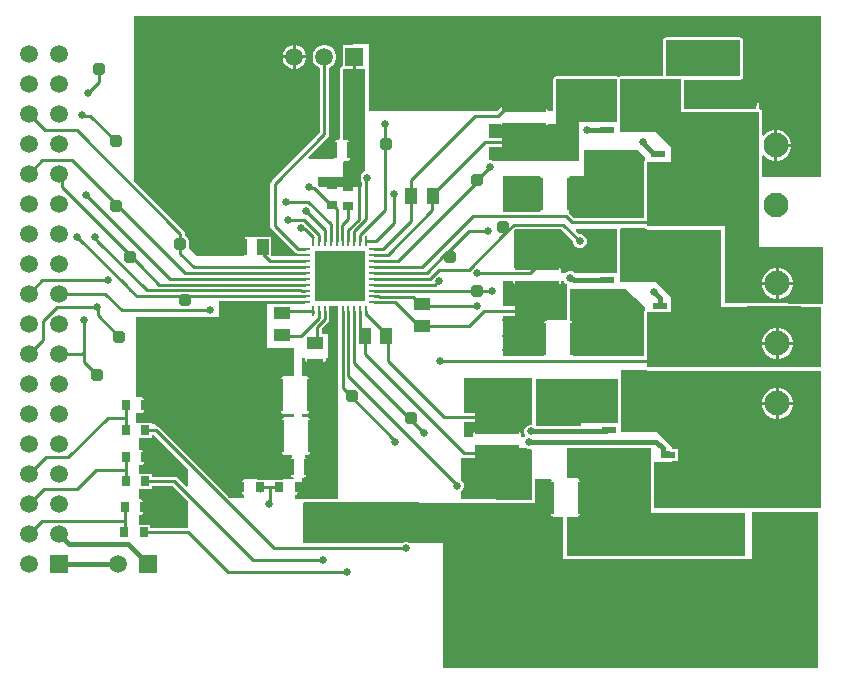
<source format=gtl>
G04*
G04 #@! TF.GenerationSoftware,Altium Limited,Altium Designer,21.6.1 (37)*
G04*
G04 Layer_Physical_Order=1*
G04 Layer_Color=255*
%FSLAX25Y25*%
%MOIN*%
G70*
G04*
G04 #@! TF.SameCoordinates,18844971-8FF4-41C5-970B-CDA0927229B8*
G04*
G04*
G04 #@! TF.FilePolarity,Positive*
G04*
G01*
G75*
%ADD13C,0.01000*%
%ADD15R,0.04016X0.02402*%
%ADD16R,0.05000X0.02402*%
%ADD17R,0.15000X0.15394*%
%ADD18R,0.00984X0.03347*%
%ADD19R,0.03347X0.00984*%
%ADD20R,0.16732X0.16732*%
G04:AMPARAMS|DCode=21|XSize=39.37mil|YSize=39.37mil|CornerRadius=9.84mil|HoleSize=0mil|Usage=FLASHONLY|Rotation=90.000|XOffset=0mil|YOffset=0mil|HoleType=Round|Shape=RoundedRectangle|*
%AMROUNDEDRECTD21*
21,1,0.03937,0.01968,0,0,90.0*
21,1,0.01968,0.03937,0,0,90.0*
1,1,0.01968,0.00984,0.00984*
1,1,0.01968,0.00984,-0.00984*
1,1,0.01968,-0.00984,-0.00984*
1,1,0.01968,-0.00984,0.00984*
%
%ADD21ROUNDEDRECTD21*%
%ADD22R,0.14567X0.12598*%
%ADD23R,0.01000X0.01000*%
%ADD24R,0.02756X0.03347*%
%ADD25R,0.04331X0.10827*%
%ADD26R,0.14173X0.07284*%
%ADD27R,0.03937X0.05315*%
%ADD28R,0.05315X0.03937*%
%ADD29R,0.03347X0.02756*%
%ADD51C,0.01500*%
%ADD52C,0.05906*%
%ADD53R,0.05906X0.05906*%
%ADD54C,0.08268*%
%ADD55R,0.05906X0.05906*%
%ADD56C,0.23622*%
%ADD57C,0.02559*%
%ADD58C,0.02559*%
G36*
X492000Y377000D02*
X472599D01*
X472500Y377020D01*
X467323D01*
Y389000D01*
X492000D01*
Y377000D01*
D02*
G37*
G36*
X451000Y361811D02*
X450988Y361811D01*
X438519Y361746D01*
Y348859D01*
X409949Y348784D01*
X409115Y349130D01*
X408391D01*
Y353589D01*
X419980D01*
X420566Y353705D01*
X421062Y354037D01*
X421160Y354135D01*
X421492Y354631D01*
X421608Y355217D01*
X421492Y355802D01*
X421160Y356298D01*
X420664Y356629D01*
X420079Y356746D01*
X419584Y356647D01*
X408391D01*
Y361203D01*
X412195D01*
X412271Y361090D01*
X412602Y360869D01*
X412992Y360791D01*
X427165D01*
X427556Y360869D01*
X427886Y361090D01*
X427962Y361203D01*
X430760D01*
X430832Y376000D01*
X451000D01*
Y361811D01*
D02*
G37*
G36*
X519000Y368426D02*
X518898Y368342D01*
Y343701D01*
X518815Y343500D01*
X499520D01*
Y348425D01*
Y350539D01*
X500020Y350720D01*
X500848Y349892D01*
X502018Y349216D01*
X503324Y348866D01*
X503500D01*
Y354000D01*
Y359134D01*
X503324D01*
X502018Y358784D01*
X500848Y358108D01*
X500020Y357280D01*
X499520Y357461D01*
Y364965D01*
X499500Y365063D01*
X499500Y365163D01*
X499462Y365256D01*
X499442Y365355D01*
X499386Y365438D01*
X499348Y365531D01*
X499277Y365602D01*
X499221Y365686D01*
X499137Y365741D01*
X499066Y365812D01*
X498974Y365851D01*
X498890Y365907D01*
X498851Y365915D01*
X498798Y365936D01*
X498790Y365942D01*
X498721Y365956D01*
X498699Y365965D01*
X498669Y365971D01*
X498599Y366000D01*
X498500D01*
Y367248D01*
Y368336D01*
X498141Y368265D01*
X497810Y368044D01*
X497810Y368044D01*
X497589Y367713D01*
X497558Y367638D01*
X497480Y367248D01*
Y366020D01*
X473520D01*
Y375980D01*
X492000D01*
X492390Y376058D01*
X492721Y376279D01*
X492942Y376610D01*
X493020Y377000D01*
Y389000D01*
X492942Y389390D01*
X492721Y389721D01*
X492390Y389942D01*
X492000Y390020D01*
X474124D01*
X473622Y390120D01*
X473120Y390020D01*
X469794D01*
X469291Y390120D01*
X468789Y390020D01*
X467323D01*
X466933Y389942D01*
X466602Y389721D01*
X466381Y389390D01*
X466303Y389000D01*
Y377020D01*
X452120D01*
X452082Y377012D01*
X452046Y377017D01*
X451986Y377000D01*
X451922Y377000D01*
X451920Y377000D01*
X451920Y377000D01*
X451919D01*
X451821Y376980D01*
X451728Y376942D01*
X451629Y376922D01*
X451546Y376866D01*
X451520Y376855D01*
X451390Y376942D01*
X451000Y377020D01*
X430832D01*
X430638Y376981D01*
X430446Y376944D01*
X430444Y376942D01*
X430442Y376942D01*
X430278Y376833D01*
X430114Y376724D01*
X430113Y376722D01*
X430111Y376721D01*
X430001Y376557D01*
X429892Y376395D01*
X429891Y376392D01*
X429890Y376390D01*
X429851Y376197D01*
X429812Y376005D01*
X429762Y365562D01*
X428097Y365563D01*
X427886Y365878D01*
X427556Y366100D01*
X427165Y366177D01*
X416533D01*
X416341Y366639D01*
X419728Y370026D01*
X420079D01*
X420664Y370142D01*
X421160Y370474D01*
X421492Y370970D01*
X421608Y371555D01*
X421492Y372140D01*
X421160Y372637D01*
X420664Y372968D01*
X420079Y373084D01*
X419095D01*
X418509Y372968D01*
X418013Y372637D01*
X410955Y365579D01*
X368400Y365616D01*
Y387757D01*
X363000Y387904D01*
Y387453D01*
X359547D01*
Y380555D01*
X359218Y380489D01*
X358887Y380268D01*
X358666Y379937D01*
X358589Y379547D01*
Y376687D01*
X358573Y376608D01*
X358535Y376418D01*
X358535Y376417D01*
X358535Y376417D01*
X358539Y370615D01*
Y370615D01*
X358548Y356441D01*
X358283Y356065D01*
X358139Y355941D01*
X357874D01*
X357484Y355863D01*
X357153Y355642D01*
X356932Y355311D01*
X356854Y354921D01*
Y350127D01*
X356427Y349628D01*
X348241Y349635D01*
X348049Y350097D01*
X354581Y356629D01*
X354913Y357125D01*
X355029Y357710D01*
Y368898D01*
Y379819D01*
X355927Y380337D01*
X356663Y381073D01*
X357183Y381974D01*
X357453Y382980D01*
Y384020D01*
X357183Y385026D01*
X356663Y385927D01*
X355927Y386663D01*
X355026Y387183D01*
X354020Y387453D01*
X352980D01*
X351974Y387183D01*
X351073Y386663D01*
X350337Y385927D01*
X349817Y385026D01*
X349547Y384020D01*
Y382980D01*
X349817Y381974D01*
X350337Y381073D01*
X351073Y380337D01*
X351971Y379819D01*
Y368898D01*
Y358344D01*
X335919Y342292D01*
X335587Y341796D01*
X335559Y341656D01*
X335341Y341500D01*
Y327738D01*
X335206Y327294D01*
Y327294D01*
X335207Y327293D01*
X335464Y326949D01*
X335562Y326607D01*
X335587Y326484D01*
X335645Y326397D01*
X335919Y325988D01*
X343551Y318356D01*
X344047Y318024D01*
X344632Y317908D01*
X346885D01*
Y317385D01*
X346530Y317032D01*
X335838Y317110D01*
X335827Y317122D01*
Y323524D01*
X331478D01*
X331394Y323580D01*
X331004Y323657D01*
X327854D01*
X327464Y323580D01*
X327133Y323359D01*
X326912Y323028D01*
X326835Y322638D01*
Y317520D01*
X326839Y317500D01*
X326443Y317000D01*
X310841D01*
X308197Y319744D01*
X308302Y320276D01*
Y322244D01*
X308165Y322935D01*
X307773Y323521D01*
X307187Y323913D01*
X307041Y323942D01*
Y324410D01*
X306925Y324995D01*
X306593Y325491D01*
X290158Y341927D01*
Y397000D01*
X369019D01*
X519000Y397000D01*
Y368426D01*
D02*
G37*
G36*
X364000Y379547D02*
X366929D01*
Y376772D01*
X367000D01*
Y345451D01*
X366488Y345240D01*
X365847Y344598D01*
X365500Y343760D01*
Y342854D01*
X365847Y342016D01*
X365971Y341892D01*
Y340000D01*
X358285D01*
X357965Y340214D01*
X357575Y340291D01*
X354425D01*
X354035Y340214D01*
X353715Y340000D01*
X352120D01*
X351500Y340620D01*
Y343500D01*
X359575D01*
X359575Y346012D01*
X359573Y348430D01*
X359927Y348784D01*
X361024D01*
X361414Y348861D01*
X361745Y349082D01*
X361966Y349413D01*
X362043Y349803D01*
Y354921D01*
X361966Y355311D01*
X361745Y355642D01*
X361414Y355863D01*
X361024Y355941D01*
X359920D01*
X359568Y356295D01*
X359555Y376418D01*
X359608Y376471D01*
Y379547D01*
X363000D01*
Y383500D01*
X364000D01*
Y379547D01*
D02*
G37*
G36*
X425573Y343201D02*
X425555Y343110D01*
Y332480D01*
X425573Y332390D01*
X425211Y331890D01*
X412992D01*
Y343701D01*
X425211D01*
X425573Y343201D01*
D02*
G37*
G36*
X460500Y350146D02*
Y349369D01*
X460279Y349221D01*
X460058Y348890D01*
X459980Y348500D01*
Y329876D01*
X436595D01*
X435083Y331388D01*
X435050Y331428D01*
X434982Y332067D01*
X434997Y332090D01*
X435075Y332480D01*
Y343110D01*
X435057Y343201D01*
X435419Y343701D01*
X440124D01*
Y352500D01*
X457961D01*
X460500Y350146D01*
D02*
G37*
G36*
X451000Y311600D02*
X451000Y311600D01*
Y311500D01*
X436999D01*
X436724Y311775D01*
X435886Y312122D01*
X434980D01*
X434142Y311775D01*
X433867Y311500D01*
X432516D01*
Y312106D01*
X432438Y312496D01*
X432217Y312827D01*
X431886Y313048D01*
X431496Y313126D01*
X417323D01*
X417035Y313069D01*
X416589Y313309D01*
X416535Y313350D01*
Y325373D01*
X417163Y326000D01*
X432467D01*
X436303Y322164D01*
Y321594D01*
X436650Y320756D01*
X437291Y320115D01*
X438129Y319768D01*
X439036D01*
X439874Y320115D01*
X440515Y320756D01*
X440862Y321594D01*
Y322501D01*
X440515Y323339D01*
X439874Y323980D01*
X439036Y324327D01*
X438466D01*
X437255Y325538D01*
X437446Y326000D01*
X451000D01*
Y311600D01*
D02*
G37*
G36*
X433501Y308551D02*
X434142Y307910D01*
X434252Y307864D01*
Y306477D01*
X434217Y306299D01*
Y295705D01*
X427756D01*
X427366Y295627D01*
X427035Y295406D01*
X426814Y295075D01*
X426736Y294685D01*
Y284055D01*
X426305Y283662D01*
X412992D01*
Y297289D01*
X420866D01*
X421451Y297406D01*
X421948Y297738D01*
X425491Y301281D01*
X425822Y301777D01*
X425939Y302362D01*
X425822Y302947D01*
X425491Y303444D01*
X424995Y303775D01*
X424409Y303892D01*
X423824Y303775D01*
X423328Y303444D01*
X420233Y300348D01*
X412992D01*
Y308661D01*
X416323D01*
X416381Y308370D01*
X416602Y308039D01*
X416933Y307818D01*
X417323Y307740D01*
X431496D01*
X431886Y307818D01*
X432217Y308039D01*
X432438Y308370D01*
X432496Y308661D01*
X433455D01*
X433501Y308551D01*
D02*
G37*
G36*
X472500Y375980D02*
Y366020D01*
Y365000D01*
X498400D01*
X498400D01*
X498408Y364994D01*
X498461Y364973D01*
X498500Y364965D01*
X498500D01*
Y364864D01*
Y357461D01*
Y350539D01*
Y348425D01*
Y343500D01*
Y322000D01*
Y320079D01*
X519685D01*
Y301575D01*
X519291Y301181D01*
X496850Y301575D01*
X487008D01*
Y327000D01*
X463038Y327000D01*
X461201D01*
D01*
X461100D01*
X461100D01*
D01*
X461092Y327006D01*
X461039Y327027D01*
X461000Y327035D01*
X461000D01*
Y348400D01*
X461018Y348488D01*
X461035Y348500D01*
X468989D01*
Y353500D01*
X463547Y358500D01*
X452000Y358500D01*
Y361712D01*
X452020Y361811D01*
Y375980D01*
X452118Y376000D01*
X452118Y376000D01*
X452120Y376000D01*
X472500D01*
Y375980D01*
D02*
G37*
G36*
X346997Y302114D02*
Y301252D01*
X334500D01*
Y286500D01*
X343385D01*
X343385Y277201D01*
X339961D01*
X339570Y277123D01*
X339240Y276902D01*
X339019Y276571D01*
X338941Y276181D01*
Y265551D01*
X339019Y265161D01*
X339240Y264830D01*
X339570Y264609D01*
X339961Y264532D01*
X343385D01*
Y263421D01*
X340256D01*
X339866Y263344D01*
X339535Y263123D01*
X339314Y262792D01*
X339236Y262402D01*
Y251772D01*
X339314Y251381D01*
X339535Y251051D01*
X339866Y250830D01*
X340256Y250752D01*
X342617D01*
X342768Y250252D01*
X342586Y250130D01*
X342365Y249800D01*
X342287Y249410D01*
Y244291D01*
X342365Y243901D01*
X342586Y243570D01*
X342917Y243349D01*
X343307Y243272D01*
X343385D01*
Y242752D01*
X339961D01*
X339570Y242674D01*
X339486Y242618D01*
X336319D01*
Y242520D01*
X334154D01*
Y242618D01*
X330986D01*
X330902Y242674D01*
X330512Y242752D01*
X326969D01*
X326578Y242674D01*
X326248Y242453D01*
X326027Y242123D01*
X325949Y241732D01*
Y238583D01*
X326027Y238193D01*
X326248Y237862D01*
X326578Y237641D01*
X326824Y237592D01*
X326814Y236614D01*
X321796D01*
X298329Y260081D01*
X298142Y260207D01*
X297061Y261288D01*
X295913D01*
Y261461D01*
X292746D01*
X292662Y261517D01*
X292272Y261594D01*
X290702D01*
Y264906D01*
X292272D01*
X292662Y264983D01*
X292993Y265204D01*
X293214Y265535D01*
X293291Y265925D01*
Y269075D01*
X293214Y269465D01*
X292993Y269796D01*
X292662Y270017D01*
X292272Y270094D01*
X290702D01*
Y296766D01*
X305715Y296862D01*
X315050Y296765D01*
X315500Y296676D01*
X315906Y296757D01*
X318500Y296730D01*
Y302160D01*
X346941D01*
X346997Y302114D01*
D02*
G37*
G36*
X460500Y300109D02*
Y299369D01*
X460279Y299221D01*
X460058Y298890D01*
X459980Y298500D01*
Y283662D01*
X436687D01*
X436256Y284055D01*
Y294685D01*
X436178Y295075D01*
X435957Y295406D01*
X435626Y295627D01*
X435236Y295705D01*
Y306299D01*
X453824D01*
X460500Y300109D01*
D02*
G37*
G36*
X460139Y326500D02*
X460152Y326469D01*
X460223Y326398D01*
X460279Y326314D01*
X460362Y326258D01*
X460433Y326187D01*
X460526Y326149D01*
X460610Y326093D01*
X460649Y326085D01*
X460702Y326064D01*
X460710Y326058D01*
X460779Y326044D01*
X460801Y326035D01*
X460830Y326029D01*
X460901Y326000D01*
X461002Y326000D01*
X461100Y325980D01*
X463038D01*
X485827Y325980D01*
Y300267D01*
X494488D01*
Y300394D01*
X506048D01*
X519000Y300167D01*
Y280000D01*
X461000D01*
Y298400D01*
X461018Y298488D01*
X461035Y298500D01*
X468989D01*
Y303500D01*
X463547Y308500D01*
X452000Y308500D01*
Y311402D01*
X452020Y311500D01*
Y311600D01*
X452020Y311600D01*
Y326000D01*
X452287Y326500D01*
X460139D01*
D02*
G37*
G36*
X358000Y260000D02*
Y236221D01*
X343701D01*
Y237602D01*
X343894Y237641D01*
X344225Y237862D01*
X344446Y238193D01*
X344524Y238583D01*
Y241732D01*
X345960Y241733D01*
Y243272D01*
X346457D01*
X346847Y243349D01*
X347178Y243570D01*
X347399Y243901D01*
X347476Y244291D01*
Y249410D01*
X347399Y249800D01*
X347178Y250130D01*
X346996Y250252D01*
X347147Y250752D01*
X347736D01*
X348126Y250830D01*
X348457Y251051D01*
X348678Y251381D01*
X348756Y251772D01*
Y262402D01*
X348678Y262792D01*
X348457Y263123D01*
X348126Y263344D01*
X347736Y263421D01*
X346000D01*
Y264532D01*
X347441D01*
X347831Y264609D01*
X348162Y264830D01*
X348383Y265161D01*
X348461Y265551D01*
Y276181D01*
X348383Y276571D01*
X348162Y276902D01*
X347831Y277123D01*
X347441Y277201D01*
X346000D01*
Y283000D01*
X346921D01*
Y282925D01*
X346999Y282535D01*
X347220Y282204D01*
X347551Y281983D01*
X347941Y281906D01*
X348140D01*
X348308Y281406D01*
X348044Y281012D01*
X347928Y280427D01*
X348044Y279841D01*
X348376Y279345D01*
X348872Y279013D01*
X349457Y278897D01*
X350043Y279013D01*
X350205Y279122D01*
X350770Y279010D01*
X351355Y279126D01*
X351851Y279458D01*
X352183Y279954D01*
X352299Y280539D01*
X352183Y281125D01*
X351995Y281406D01*
X352256Y281906D01*
X353059D01*
X353449Y281983D01*
X353780Y282204D01*
X354001Y282535D01*
X354079Y282925D01*
Y283000D01*
X354838D01*
Y291003D01*
X352529D01*
Y292866D01*
X354715Y295052D01*
X355047Y295549D01*
X355163Y296134D01*
Y298965D01*
X355047Y299550D01*
X354913Y299750D01*
Y300656D01*
X358000D01*
Y260000D01*
D02*
G37*
G36*
X451500Y261500D02*
X439000D01*
Y260615D01*
X424016D01*
Y276000D01*
X451500Y276000D01*
Y261500D01*
D02*
G37*
G36*
X422835Y260941D02*
X421987D01*
X421150Y260594D01*
X420508Y259953D01*
X420161Y259115D01*
Y258208D01*
X420396Y257641D01*
X420422Y257110D01*
X420005Y256693D01*
X419130D01*
Y257677D01*
X419052Y258067D01*
X418831Y258398D01*
X418500Y258619D01*
X418110Y258697D01*
X403937D01*
X403547Y258619D01*
X403216Y258398D01*
X402995Y258067D01*
X402917Y257677D01*
Y256693D01*
X400000D01*
Y261856D01*
X410827D01*
X411412Y261973D01*
X411908Y262304D01*
X412499Y262895D01*
X412830Y263391D01*
X412947Y263976D01*
X412830Y264562D01*
X412499Y265058D01*
X412003Y265389D01*
X411417Y265506D01*
X410832Y265389D01*
X410336Y265058D01*
X410193Y264915D01*
X400000D01*
Y276378D01*
X422835D01*
Y260941D01*
D02*
G37*
G36*
X420652Y253150D02*
X421260Y252898D01*
X422166D01*
X422333Y252967D01*
X422830Y252632D01*
X422740Y243211D01*
X422688Y242949D01*
Y237753D01*
X422671Y235972D01*
X399164Y235999D01*
Y238853D01*
X399570Y239260D01*
X399917Y240098D01*
Y241005D01*
X399570Y241842D01*
X399164Y242249D01*
Y249704D01*
X399242Y249798D01*
X399664Y250055D01*
X400072Y249973D01*
X406919D01*
X410336Y246556D01*
X410832Y246225D01*
X411417Y246108D01*
X412003Y246225D01*
X412499Y246556D01*
X412830Y247053D01*
X412947Y247638D01*
X412830Y248223D01*
X412499Y248719D01*
X408634Y252584D01*
X408536Y252650D01*
X408687Y253150D01*
X420652Y253150D01*
D02*
G37*
G36*
X307978Y246107D02*
Y240338D01*
X307516Y240147D01*
X304581Y243081D01*
X304085Y243413D01*
X303500Y243529D01*
X295913D01*
Y244461D01*
X292746D01*
X292662Y244517D01*
X292272Y244594D01*
X291757D01*
Y247406D01*
X292272D01*
X292662Y247483D01*
X292993Y247704D01*
X293214Y248035D01*
X293291Y248425D01*
Y251575D01*
X293214Y251965D01*
X292993Y252296D01*
X292662Y252517D01*
X292272Y252594D01*
X291757D01*
Y256406D01*
X292272D01*
X292662Y256483D01*
X292746Y256539D01*
X295913D01*
Y257471D01*
X296614D01*
X307978Y246107D01*
D02*
G37*
G36*
X429263Y242449D02*
X429176Y242319D01*
X429099Y241929D01*
Y231299D01*
X429176Y230909D01*
X429397Y230578D01*
X429728Y230357D01*
X430118Y230280D01*
X433031D01*
Y216142D01*
X496063D01*
Y231972D01*
X502652Y231980D01*
X518000D01*
Y179921D01*
X392882Y179921D01*
Y221654D01*
X381913D01*
X381162Y221965D01*
X380255D01*
X379504Y221654D01*
X346500D01*
Y234686D01*
X346854Y235039D01*
X423707Y234952D01*
Y242848D01*
X423727Y242949D01*
X429013D01*
X429263Y242449D01*
D02*
G37*
G36*
X461000Y278980D02*
X518898D01*
Y256000D01*
X519000D01*
Y233000D01*
X463386D01*
Y248500D01*
X469489D01*
Y248839D01*
X471260D01*
Y252815D01*
X469489D01*
Y253500D01*
X464046Y258500D01*
X452500Y258500D01*
Y261402D01*
X452520Y261500D01*
Y276000D01*
X452500Y276098D01*
Y279000D01*
X460901D01*
X461000Y278980D01*
D02*
G37*
G36*
X307978Y235359D02*
Y226529D01*
X295413D01*
Y227461D01*
X292246D01*
X292162Y227517D01*
X291772Y227594D01*
X291757D01*
Y230906D01*
X292024D01*
X292414Y230983D01*
X292745Y231204D01*
X292966Y231535D01*
X293043Y231925D01*
Y235075D01*
X292966Y235465D01*
X292745Y235796D01*
X292414Y236017D01*
X292024Y236094D01*
X291757D01*
Y239406D01*
X292272D01*
X292662Y239483D01*
X292746Y239539D01*
X295913D01*
Y240471D01*
X302867D01*
X307978Y235359D01*
D02*
G37*
G36*
X462205Y231628D02*
X493713D01*
Y217224D01*
X434252D01*
Y230217D01*
X437598D01*
X438364Y230534D01*
X438681Y231299D01*
Y241929D01*
X438364Y242694D01*
X437598Y243011D01*
X434252D01*
Y253283D01*
X462205D01*
X462205Y231628D01*
D02*
G37*
%LPC*%
G36*
X344020Y387453D02*
X344000D01*
Y384000D01*
X347453D01*
Y384020D01*
X347183Y385026D01*
X346663Y385927D01*
X345927Y386663D01*
X345026Y387183D01*
X344020Y387453D01*
D02*
G37*
G36*
X343000D02*
X342980D01*
X341974Y387183D01*
X341073Y386663D01*
X340337Y385927D01*
X339817Y385026D01*
X339547Y384020D01*
Y384000D01*
X343000D01*
Y387453D01*
D02*
G37*
G36*
X347453Y383000D02*
X344000D01*
Y379547D01*
X344020D01*
X345026Y379817D01*
X345927Y380337D01*
X346663Y381073D01*
X347183Y381974D01*
X347453Y382980D01*
Y383000D01*
D02*
G37*
G36*
X343000D02*
X339547D01*
Y382980D01*
X339817Y381974D01*
X340337Y381073D01*
X341073Y380337D01*
X341974Y379817D01*
X342980Y379547D01*
X343000D01*
Y383000D01*
D02*
G37*
G36*
X504676Y359134D02*
X504500D01*
Y354500D01*
X509134D01*
Y354676D01*
X508784Y355982D01*
X508108Y357152D01*
X507152Y358108D01*
X505982Y358784D01*
X504676Y359134D01*
D02*
G37*
G36*
X509134Y353500D02*
X504500D01*
Y348866D01*
X504676D01*
X505982Y349216D01*
X507152Y349892D01*
X508108Y350848D01*
X508784Y352018D01*
X509134Y353324D01*
Y353500D01*
D02*
G37*
G36*
X505176Y313134D02*
X505000D01*
Y308500D01*
X509634D01*
Y308676D01*
X509284Y309982D01*
X508608Y311152D01*
X507652Y312108D01*
X506482Y312784D01*
X505176Y313134D01*
D02*
G37*
G36*
X504000D02*
X503824D01*
X502518Y312784D01*
X501348Y312108D01*
X500392Y311152D01*
X499716Y309982D01*
X499366Y308676D01*
Y308500D01*
X504000D01*
Y313134D01*
D02*
G37*
G36*
X509634Y307500D02*
X505000D01*
Y302866D01*
X505176D01*
X506482Y303216D01*
X507652Y303892D01*
X508608Y304848D01*
X509284Y306018D01*
X509634Y307324D01*
Y307500D01*
D02*
G37*
G36*
X504000D02*
X499366D01*
Y307324D01*
X499716Y306018D01*
X500392Y304848D01*
X501348Y303892D01*
X502518Y303216D01*
X503824Y302866D01*
X504000D01*
Y307500D01*
D02*
G37*
G36*
X505176Y293134D02*
X505000D01*
Y288500D01*
X509634D01*
Y288676D01*
X509284Y289982D01*
X508608Y291152D01*
X507652Y292108D01*
X506482Y292784D01*
X505176Y293134D01*
D02*
G37*
G36*
X504000D02*
X503824D01*
X502518Y292784D01*
X501348Y292108D01*
X500392Y291152D01*
X499716Y289982D01*
X499366Y288676D01*
Y288500D01*
X504000D01*
Y293134D01*
D02*
G37*
G36*
X509634Y287500D02*
X505000D01*
Y282866D01*
X505176D01*
X506482Y283216D01*
X507652Y283892D01*
X508608Y284848D01*
X509284Y286018D01*
X509634Y287324D01*
Y287500D01*
D02*
G37*
G36*
X504000D02*
X499366D01*
Y287324D01*
X499716Y286018D01*
X500392Y284848D01*
X501348Y283892D01*
X502518Y283216D01*
X503824Y282866D01*
X504000D01*
Y287500D01*
D02*
G37*
G36*
X505176Y273134D02*
X505000D01*
Y268500D01*
X509634D01*
Y268676D01*
X509284Y269982D01*
X508608Y271152D01*
X507652Y272108D01*
X506482Y272784D01*
X505176Y273134D01*
D02*
G37*
G36*
X504000D02*
X503824D01*
X502518Y272784D01*
X501348Y272108D01*
X500392Y271152D01*
X499716Y269982D01*
X499366Y268676D01*
Y268500D01*
X504000D01*
Y273134D01*
D02*
G37*
G36*
X509634Y267500D02*
X505000D01*
Y262866D01*
X505176D01*
X506482Y263216D01*
X507652Y263892D01*
X508608Y264848D01*
X509284Y266018D01*
X509634Y267324D01*
Y267500D01*
D02*
G37*
G36*
X504000D02*
X499366D01*
Y267324D01*
X499716Y266018D01*
X500392Y264848D01*
X501348Y263892D01*
X502518Y263216D01*
X503824Y262866D01*
X504000D01*
Y267500D01*
D02*
G37*
%LPD*%
D13*
X389464Y332343D02*
X389500Y332605D01*
X363500Y298748D02*
X363476Y298965D01*
X297248Y259000D02*
X336563Y219685D01*
X380709D01*
X435962Y328346D02*
X467023D01*
X433071Y327559D02*
X438583Y322047D01*
X413398Y324398D02*
X416559Y327559D01*
X433969Y330339D02*
X435962Y328346D01*
X416559Y327559D02*
X433071D01*
X402908Y330339D02*
X433969D01*
X333054Y317757D02*
X333071Y320079D01*
X333054Y317757D02*
X335194Y315586D01*
X351000Y293500D02*
X353634Y296134D01*
X351000Y288642D02*
Y293500D01*
X350500Y288142D02*
X351000Y288642D01*
X372556Y292657D02*
X372673D01*
X365445Y297799D02*
Y298965D01*
X367413Y297799D02*
X367421Y297791D01*
X365500Y292657D02*
X367158Y291000D01*
X365445Y297799D02*
X365500Y297744D01*
Y292657D02*
Y297744D01*
X367158Y284417D02*
Y291000D01*
X367422Y297791D02*
X372556Y292657D01*
X367421Y297791D02*
X367422D01*
X372673Y292657D02*
X374142Y291189D01*
X367413Y297799D02*
Y298965D01*
X376772Y328272D02*
Y337795D01*
X370693Y322193D02*
X376772Y328272D01*
X404476Y305512D02*
X409449D01*
X404331Y305658D02*
X404476Y305512D01*
X370169Y305658D02*
X404331D01*
X301876Y309594D02*
X346941D01*
X274029Y337441D02*
Y337500D01*
Y337441D02*
X301876Y309594D01*
X345669Y326378D02*
X345968Y326080D01*
X351658Y322201D02*
Y324321D01*
X346975Y326080D02*
X349689Y323366D01*
X346724Y329254D02*
X351658Y324321D01*
X345968Y326080D02*
X346975D01*
X341339Y329254D02*
X346724D01*
X337000Y327069D02*
Y341210D01*
Y327069D02*
X344632Y319437D01*
X346941D01*
X337000Y341210D02*
X353500Y357710D01*
X340551Y335313D02*
X348152D01*
X347244Y332283D02*
X347250D01*
X353634Y325900D01*
X348152Y335313D02*
X355602Y327862D01*
Y322193D02*
Y327862D01*
X348425Y340158D02*
X348724Y339859D01*
X350097D01*
X354827Y335130D01*
X353634Y322193D02*
Y325900D01*
X303150Y303689D02*
X312205D01*
X346941D01*
X335236Y240158D02*
X338484D01*
X331988D02*
X335236D01*
X335039Y234646D02*
X335236Y234842D01*
Y240158D01*
X394163Y318042D02*
X394652Y318531D01*
X401712Y325590D01*
X407874D01*
X393165Y317044D02*
X394163Y318042D01*
X387684Y311563D02*
X393165Y317044D01*
X401598Y312598D02*
X413398Y324398D01*
X292000Y314000D02*
X298374Y307626D01*
X265939Y340061D02*
X292000Y314000D01*
X367424Y326209D02*
X373622Y332406D01*
Y361024D01*
X273202Y281916D02*
Y285086D01*
Y281916D02*
X277559Y277559D01*
X272616Y284500D02*
X273202Y285086D01*
X265000Y284500D02*
X272616D01*
X273202Y295493D02*
X273500Y295791D01*
X273202Y285086D02*
Y295493D01*
X367500Y329558D02*
Y343307D01*
X365000Y329179D02*
Y344921D01*
X361508Y325687D02*
X365000Y329179D01*
Y344921D02*
X365354Y345276D01*
X277857Y297340D02*
Y299702D01*
X277559Y300000D02*
X277857Y299702D01*
Y297340D02*
X285039Y290158D01*
X277512Y300047D02*
X277559Y300000D01*
X264250Y300047D02*
X277512D01*
X259547Y295344D02*
X264250Y300047D01*
X259547Y289047D02*
Y295344D01*
X288846Y305775D02*
X290932Y303689D01*
X287285Y307336D02*
X288846Y305775D01*
X271125Y323496D02*
X287285Y307336D01*
X290932Y303689D02*
X303150D01*
X271000Y323500D02*
X271125Y323496D01*
X273133Y363875D02*
X275495D01*
X283858Y355512D01*
X272835Y364173D02*
X273133Y363875D01*
X274803Y371654D02*
X278346Y375197D01*
Y379528D01*
X305512Y321260D02*
Y324410D01*
Y317988D02*
Y321260D01*
X270921Y359000D02*
X305512Y324410D01*
X260500Y359000D02*
X270921D01*
X305512Y317988D02*
X309968Y313531D01*
X274000Y344500D02*
X306937Y311563D01*
X269500Y349000D02*
X274000Y344500D01*
X308000Y225000D02*
X321189Y211811D01*
X361024D01*
X329752Y215748D02*
X353150D01*
X303500Y242000D02*
X329752Y215748D01*
X391732Y312598D02*
X396665D01*
X401598D01*
X386101Y313531D02*
X402908Y330339D01*
X404339Y311409D02*
X404431Y311500D01*
X413000D01*
X388728Y309594D02*
X391732Y312598D01*
X370169Y309594D02*
X388728D01*
X370169Y307626D02*
X390275D01*
X391310Y308661D01*
X391732D01*
X370169Y311563D02*
X387684D01*
X466297Y282132D02*
X466929Y281500D01*
X392051Y282132D02*
X466297D01*
X411319Y363779D02*
X419095Y371555D01*
X408587Y363779D02*
X411319D01*
X419095Y371555D02*
X420079D01*
X403780Y363779D02*
X407087D01*
X382500Y342500D02*
X403780Y363779D01*
X407071Y355118D02*
X409055D01*
X389642Y337689D02*
X407071Y355118D01*
X389642Y337000D02*
Y337689D01*
X389500Y332605D02*
Y332605D01*
Y335500D01*
X389464Y332343D02*
X389464Y332343D01*
X374590Y317469D02*
X389464Y332343D01*
X410555Y355118D02*
X419980D01*
X420079Y355217D01*
X404750Y342845D02*
X408661Y346756D01*
X404750Y342250D02*
Y342845D01*
X408661Y346756D02*
Y346850D01*
X378000Y315500D02*
X404750Y342250D01*
X410161Y298819D02*
X420866D01*
X424409Y302362D01*
X384102Y295327D02*
X385858Y293571D01*
X401726Y293858D02*
X406687Y298819D01*
X386000Y293858D02*
X401726D01*
X406687Y298819D02*
X408661D01*
X383413Y295327D02*
X384102D01*
X377020Y301720D02*
X383413Y295327D01*
X370169Y301720D02*
X377020D01*
X408661Y298819D02*
X410161D01*
X386000Y301142D02*
X386748Y300394D01*
X404331D01*
X410827Y263386D02*
X411417Y263976D01*
X401968Y263386D02*
X410827D01*
X374594Y282046D02*
X393254Y263386D01*
X400468D01*
X401572Y251503D02*
X407552D01*
X411417Y247638D01*
X367158Y284417D02*
X400072Y251503D01*
X363500Y281382D02*
X386614Y258268D01*
X359539Y273138D02*
X377362Y255315D01*
X397638Y240551D02*
Y240945D01*
X361508Y277075D02*
X397638Y240945D01*
X374142Y290500D02*
X374594Y290048D01*
Y282046D02*
Y290048D01*
X359539Y273138D02*
Y298965D01*
X361508Y277075D02*
Y298965D01*
X363500Y281382D02*
Y298748D01*
X363476Y298965D02*
Y298965D01*
X400468Y263386D02*
X401968D01*
X331890Y238976D02*
X332283Y239370D01*
X293748Y242000D02*
X303500D01*
X422130Y311500D02*
X424114Y313484D01*
X424409D01*
X354827Y335130D02*
X355417D01*
X414500Y311500D02*
X422130D01*
X351665Y317469D02*
X353937Y315354D01*
X358555Y310579D01*
X358661Y311811D01*
X335194Y315586D02*
X346941Y315500D01*
X355417Y335130D02*
X357571Y332976D01*
X351658Y322201D02*
X351665Y322193D01*
X286000Y299000D02*
X315500D01*
X280500Y304500D02*
X286000Y299000D01*
X265000Y304500D02*
X280500D01*
X259500Y349000D02*
X269500D01*
X259500Y309000D02*
X281500D01*
X255000Y304500D02*
X259500Y309000D01*
X255000Y284500D02*
X259547Y289047D01*
X277000Y323078D02*
X277743Y322335D01*
Y322312D02*
Y322335D01*
X277000Y323078D02*
Y323500D01*
X277743Y322312D02*
X294299Y305756D01*
X309968Y313531D02*
X346941D01*
X306937Y311563D02*
X346941D01*
X345677Y305756D02*
X345776Y305658D01*
X294299Y305756D02*
X345677D01*
X345776Y305658D02*
X346941D01*
X298374Y307626D02*
X346941D01*
X265000Y344500D02*
X265939Y343561D01*
Y340061D02*
Y343561D01*
X370169Y319437D02*
X372937D01*
X382358Y328858D02*
Y337000D01*
X372937Y319437D02*
X382358Y328858D01*
X365445Y322193D02*
Y324229D01*
X367424Y326209D01*
X367424D01*
X363476Y325534D02*
X367500Y329558D01*
X359500Y327475D02*
X361500Y329475D01*
Y333752D01*
X357571Y322193D02*
Y332976D01*
X409055Y355118D02*
X410555D01*
X407087Y363779D02*
X408587D01*
X413000Y311500D02*
X414500D01*
X400072Y251503D02*
X401572D01*
X382500Y337142D02*
Y342500D01*
X382358Y337000D02*
X382500Y337142D01*
X363476Y322193D02*
Y325534D01*
X359500Y322466D02*
Y327475D01*
X361508Y322193D02*
Y325687D01*
X367413Y322193D02*
X370693D01*
X353500Y357710D02*
Y383500D01*
X370169Y313531D02*
X386101D01*
X370177Y303681D02*
X371646D01*
X371828Y303500D02*
X382953D01*
X385311Y301142D01*
X371646Y303681D02*
X371828Y303500D01*
X370169Y303689D02*
X370177Y303681D01*
X385311Y301142D02*
X386000D01*
X255000Y364500D02*
X260500Y359000D01*
X255000Y344500D02*
X259500Y349000D01*
X255000Y224500D02*
X255000D01*
X259453Y228953D01*
X255000Y234500D02*
X260000Y239500D01*
X255000Y244500D02*
X260547Y250047D01*
X268076D01*
X374142Y290500D02*
Y291189D01*
X287480Y263250D02*
Y267000D01*
Y259500D02*
Y263250D01*
X281279D02*
X287480D01*
X268076Y250047D02*
X281279Y263250D01*
X271165Y239500D02*
X277415Y245750D01*
X260000Y239500D02*
X271165D01*
X287252Y245750D02*
Y249500D01*
Y242000D02*
Y245750D01*
X277415D02*
X287252D01*
X293748Y259000D02*
X297248D01*
X286980Y228675D02*
Y233500D01*
Y225000D02*
Y228675D01*
X293248Y225000D02*
X308000D01*
X286703Y228953D02*
X286980Y228675D01*
X259453Y228953D02*
X286703D01*
X370169Y317469D02*
X374590D01*
X370169Y315500D02*
X378000D01*
X447772Y359000D02*
X447772Y359000D01*
X339500Y298142D02*
X340323Y298965D01*
X349697D01*
X339500Y290500D02*
X345554D01*
X353634Y296134D02*
Y298965D01*
X351665Y296611D02*
Y298965D01*
X345554Y290500D02*
X351665Y296611D01*
X349697Y298150D02*
Y298965D01*
X349689Y298142D02*
X349697Y298150D01*
X350170Y281139D02*
X350770Y280539D01*
X349457Y280427D02*
X350170Y281139D01*
D15*
X443713Y300500D02*
D03*
D03*
Y285500D02*
D03*
Y290500D02*
D03*
Y295500D02*
D03*
X469287Y309000D02*
D03*
D03*
Y324000D02*
D03*
Y319000D02*
D03*
Y314000D02*
D03*
X446457Y245827D02*
D03*
Y240827D02*
D03*
Y235827D02*
D03*
Y250827D02*
D03*
D03*
X443213Y351000D02*
D03*
D03*
Y336000D02*
D03*
Y341000D02*
D03*
Y346000D02*
D03*
X469287Y359000D02*
D03*
D03*
Y374000D02*
D03*
Y369000D02*
D03*
Y364000D02*
D03*
X469787Y264000D02*
D03*
Y269000D02*
D03*
Y274000D02*
D03*
Y259000D02*
D03*
D03*
D16*
X465228Y300500D02*
D03*
X465163Y290363D02*
D03*
Y285363D02*
D03*
Y295363D02*
D03*
X447772Y309000D02*
D03*
X447837Y319137D02*
D03*
Y324137D02*
D03*
Y314137D02*
D03*
X467907Y245690D02*
D03*
Y235689D02*
D03*
Y240689D02*
D03*
X467972Y250827D02*
D03*
X464728Y351000D02*
D03*
X464663Y340863D02*
D03*
Y335863D02*
D03*
Y345863D02*
D03*
X447772Y359000D02*
D03*
X447837Y369137D02*
D03*
Y374137D02*
D03*
Y364137D02*
D03*
X448337Y264137D02*
D03*
Y274137D02*
D03*
Y269137D02*
D03*
X448272Y259000D02*
D03*
D17*
X452000Y293000D02*
D03*
X461000Y316500D02*
D03*
X454744Y243327D02*
D03*
X451500Y343500D02*
D03*
X461000Y366500D02*
D03*
X461500Y266500D02*
D03*
D18*
X349697Y298965D02*
D03*
X351665D02*
D03*
X353634D02*
D03*
X355602D02*
D03*
X357571D02*
D03*
X359539D02*
D03*
X361508D02*
D03*
X363476D02*
D03*
X365445D02*
D03*
X367413D02*
D03*
Y322193D02*
D03*
X365445D02*
D03*
X363476D02*
D03*
X361508D02*
D03*
X359539D02*
D03*
X357571D02*
D03*
X355602D02*
D03*
X353634D02*
D03*
X351665D02*
D03*
X349697D02*
D03*
D19*
X370169Y301720D02*
D03*
Y303689D02*
D03*
Y305658D02*
D03*
Y307626D02*
D03*
Y309594D02*
D03*
Y311563D02*
D03*
Y313531D02*
D03*
Y315500D02*
D03*
Y317469D02*
D03*
Y319437D02*
D03*
X346941D02*
D03*
Y317469D02*
D03*
Y315500D02*
D03*
Y313531D02*
D03*
Y311563D02*
D03*
Y309594D02*
D03*
Y307626D02*
D03*
Y305658D02*
D03*
Y303689D02*
D03*
Y301720D02*
D03*
D20*
X358555Y310579D02*
D03*
D21*
X404331Y305512D02*
D03*
X362598Y270472D02*
D03*
X382283Y262992D02*
D03*
X285039Y290158D02*
D03*
X283858Y333858D02*
D03*
X288583Y316929D02*
D03*
X307087Y302362D02*
D03*
X278346Y379528D02*
D03*
X277559Y277559D02*
D03*
X374016Y354331D02*
D03*
X404500Y342500D02*
D03*
X395276Y316929D02*
D03*
X412992Y326772D02*
D03*
X283858Y355512D02*
D03*
X305512Y321260D02*
D03*
D22*
X424409Y318701D02*
D03*
Y302362D02*
D03*
X420079Y355217D02*
D03*
Y371555D02*
D03*
X411024Y264075D02*
D03*
Y247736D02*
D03*
D23*
X408661Y298819D02*
D03*
X410161D02*
D03*
X401968Y263386D02*
D03*
X400468D02*
D03*
X409055Y355118D02*
D03*
X410555D02*
D03*
X408587Y363779D02*
D03*
X407087D02*
D03*
X413000Y311500D02*
D03*
X414500D02*
D03*
X401572Y251503D02*
D03*
X400072D02*
D03*
D24*
X344980Y240158D02*
D03*
X338484D02*
D03*
X331988D02*
D03*
X325492D02*
D03*
X293248Y225000D02*
D03*
X286752D02*
D03*
X287004Y233500D02*
D03*
X293500D02*
D03*
X287252Y242000D02*
D03*
X293748D02*
D03*
Y250000D02*
D03*
X287252D02*
D03*
Y259000D02*
D03*
X293748D02*
D03*
Y267500D02*
D03*
X287252D02*
D03*
D25*
X437500Y289370D02*
D03*
X425492D02*
D03*
X427854Y236614D02*
D03*
X439862D02*
D03*
X436319Y337795D02*
D03*
X424311D02*
D03*
X350000Y257087D02*
D03*
X337992D02*
D03*
X337697Y270866D02*
D03*
X349705D02*
D03*
D26*
X483858Y382677D02*
D03*
X504528D02*
D03*
X505010Y226678D02*
D03*
X484341D02*
D03*
D27*
X355807Y352362D02*
D03*
X363090D02*
D03*
X382358Y337000D02*
D03*
X389642D02*
D03*
X374142Y290500D02*
D03*
X366858D02*
D03*
X341240Y246850D02*
D03*
X348524D02*
D03*
X333071Y320079D02*
D03*
X325787D02*
D03*
D28*
X386000Y301142D02*
D03*
Y293858D02*
D03*
X350500Y280858D02*
D03*
Y288142D02*
D03*
X339500Y298142D02*
D03*
Y290858D02*
D03*
D29*
X356000Y334252D02*
D03*
Y340748D02*
D03*
X361500Y333752D02*
D03*
Y340248D02*
D03*
D51*
X287953Y221260D02*
X294646Y214567D01*
X435720Y309842D02*
X436562Y309000D01*
X447772D01*
X435433Y309842D02*
X435720D01*
X265067Y214567D02*
X284646D01*
X265000Y224500D02*
X268240Y221260D01*
X287953D01*
X421713Y255178D02*
X464111D01*
X466203Y253086D01*
X447426Y258831D02*
X447483Y258888D01*
X422441Y258661D02*
X422610Y258831D01*
X447426D01*
X466518Y251336D02*
X467953D01*
X466203Y251652D02*
Y253086D01*
Y251652D02*
X466518Y251336D01*
X463500Y305000D02*
X465228Y303272D01*
Y300500D02*
Y303272D01*
X459982Y354447D02*
Y355029D01*
X459780Y355231D02*
X459982Y355029D01*
X463429Y351000D02*
X464728D01*
X459982Y354447D02*
X463429Y351000D01*
X441000Y359000D02*
X447772D01*
X447772Y359000D01*
D52*
X343500Y383500D02*
D03*
X353500D02*
D03*
X284646Y214567D02*
D03*
X255000Y214500D02*
D03*
X265000Y224500D02*
D03*
X255000D02*
D03*
X265000Y234500D02*
D03*
X255000D02*
D03*
X265000Y244500D02*
D03*
X255000D02*
D03*
X265000Y254500D02*
D03*
X255000D02*
D03*
X265000Y264500D02*
D03*
X255000D02*
D03*
X265000Y274500D02*
D03*
X255000D02*
D03*
X265000Y284500D02*
D03*
X255000D02*
D03*
X265000Y294500D02*
D03*
X255000D02*
D03*
X265000Y304500D02*
D03*
X255000D02*
D03*
X265000Y314500D02*
D03*
X255000D02*
D03*
X265000Y324500D02*
D03*
X255000D02*
D03*
X265000Y334500D02*
D03*
X255000D02*
D03*
X265000Y344500D02*
D03*
X255000D02*
D03*
X265000Y354500D02*
D03*
X255000D02*
D03*
X265000Y364500D02*
D03*
X255000D02*
D03*
X265000Y374500D02*
D03*
X255000D02*
D03*
X265000Y384500D02*
D03*
X255000D02*
D03*
D53*
X363500Y383500D02*
D03*
X294646Y214567D02*
D03*
D54*
X504500Y268000D02*
D03*
Y288000D02*
D03*
Y308000D02*
D03*
X504000Y354000D02*
D03*
Y334000D02*
D03*
D55*
X265000Y214500D02*
D03*
D56*
X306299Y381496D02*
D03*
X467717Y195276D02*
D03*
D57*
X380709Y219685D02*
D03*
X359055Y223622D02*
D03*
X354331D02*
D03*
X349606D02*
D03*
X438583Y322047D02*
D03*
X435433Y309842D02*
D03*
X376772Y337795D02*
D03*
X274029Y337500D02*
D03*
X345669Y326378D02*
D03*
X341339Y329254D02*
D03*
X340551Y335313D02*
D03*
X347244Y332283D02*
D03*
X348425Y340158D02*
D03*
X407874Y325590D02*
D03*
X453543Y341732D02*
D03*
Y337008D02*
D03*
X340551Y318504D02*
D03*
X458661Y250000D02*
D03*
Y244882D02*
D03*
X355512Y238976D02*
D03*
Y244094D02*
D03*
Y248819D02*
D03*
Y253543D02*
D03*
X453543Y246063D02*
D03*
Y240945D02*
D03*
Y251575D02*
D03*
X455118Y297244D02*
D03*
X449213Y301969D02*
D03*
Y297244D02*
D03*
Y292126D02*
D03*
X455118D02*
D03*
Y287402D02*
D03*
X449213D02*
D03*
X415354Y301969D02*
D03*
Y306693D02*
D03*
X335039Y234646D02*
D03*
X373622Y361024D02*
D03*
X367779Y343307D02*
D03*
X277559Y300000D02*
D03*
X272835Y364173D02*
D03*
X274803Y371654D02*
D03*
X277000Y323500D02*
D03*
X361024Y211811D02*
D03*
X353150Y215748D02*
D03*
X409449Y305512D02*
D03*
X455118Y301969D02*
D03*
X404339Y311409D02*
D03*
X391732Y308661D02*
D03*
X392051Y282132D02*
D03*
X458268Y341732D02*
D03*
Y337008D02*
D03*
Y331890D02*
D03*
X453543D02*
D03*
X413779Y382283D02*
D03*
X418504D02*
D03*
X423228D02*
D03*
X427953D02*
D03*
X414961Y340945D02*
D03*
Y334646D02*
D03*
X408661Y346850D02*
D03*
X419291Y285827D02*
D03*
Y290551D02*
D03*
Y295669D02*
D03*
X414173Y285827D02*
D03*
Y290551D02*
D03*
Y295669D02*
D03*
X404331Y300394D02*
D03*
X417717Y273622D02*
D03*
X411417D02*
D03*
X405118D02*
D03*
X421713Y255178D02*
D03*
X422441Y258661D02*
D03*
X436221Y267717D02*
D03*
X431102D02*
D03*
X425984Y262598D02*
D03*
X431102D02*
D03*
X436221D02*
D03*
X425984Y267717D02*
D03*
X420472Y237402D02*
D03*
X409055D02*
D03*
X414961D02*
D03*
X386614Y258268D02*
D03*
X397638Y240551D02*
D03*
X377165Y255118D02*
D03*
X359055Y233071D02*
D03*
X302362Y237529D02*
D03*
X306299Y231470D02*
D03*
X418898Y337795D02*
D03*
X353937Y315354D02*
D03*
X358661D02*
D03*
X363386D02*
D03*
Y310630D02*
D03*
Y305906D02*
D03*
X358661D02*
D03*
X353937Y310630D02*
D03*
X358555Y310579D02*
D03*
X353921Y305890D02*
D03*
X469291Y383071D02*
D03*
Y387795D02*
D03*
X473622D02*
D03*
Y378346D02*
D03*
X469291D02*
D03*
X473622Y383071D02*
D03*
X354331Y228346D02*
D03*
X273500Y295791D02*
D03*
X315500Y299000D02*
D03*
X281500Y309000D02*
D03*
X271000Y323500D02*
D03*
X354331Y233071D02*
D03*
X463500Y305000D02*
D03*
X441000Y359000D02*
D03*
X309842Y251575D02*
D03*
X306000Y255500D02*
D03*
X302362Y259055D02*
D03*
X305512Y245669D02*
D03*
X298425Y252362D02*
D03*
X459780Y355231D02*
D03*
X302000Y249000D02*
D03*
X349606Y228346D02*
D03*
Y233071D02*
D03*
X359055Y228346D02*
D03*
D58*
X330000Y285000D02*
D03*
Y255000D02*
D03*
X322500Y300000D02*
D03*
X315000Y285000D02*
D03*
X322500Y270000D02*
D03*
X315000Y255000D02*
D03*
X307500Y270000D02*
D03*
M02*

</source>
